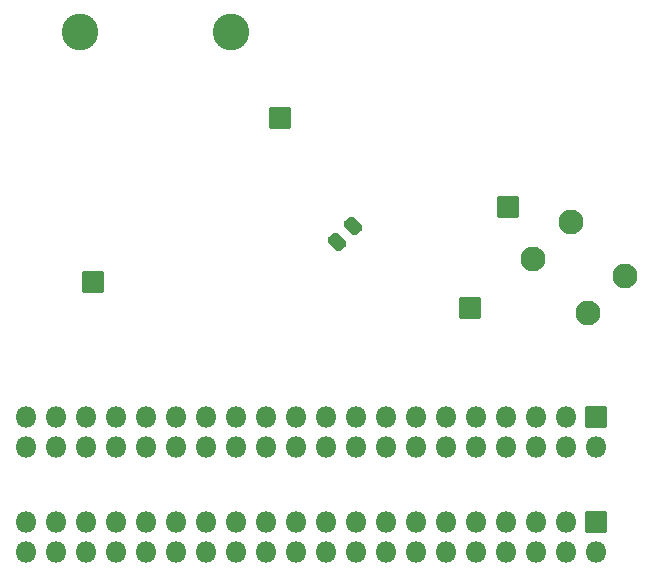
<source format=gbr>
%TF.GenerationSoftware,KiCad,Pcbnew,(6.0.4)*%
%TF.CreationDate,2022-04-10T17:23:06-04:00*%
%TF.ProjectId,ftdi601_breakout,66746469-3630-4315-9f62-7265616b6f75,rev?*%
%TF.SameCoordinates,Original*%
%TF.FileFunction,Soldermask,Bot*%
%TF.FilePolarity,Negative*%
%FSLAX46Y46*%
G04 Gerber Fmt 4.6, Leading zero omitted, Abs format (unit mm)*
G04 Created by KiCad (PCBNEW (6.0.4)) date 2022-04-10 17:23:06*
%MOMM*%
%LPD*%
G01*
G04 APERTURE LIST*
G04 Aperture macros list*
%AMRoundRect*
0 Rectangle with rounded corners*
0 $1 Rounding radius*
0 $2 $3 $4 $5 $6 $7 $8 $9 X,Y pos of 4 corners*
0 Add a 4 corners polygon primitive as box body*
4,1,4,$2,$3,$4,$5,$6,$7,$8,$9,$2,$3,0*
0 Add four circle primitives for the rounded corners*
1,1,$1+$1,$2,$3*
1,1,$1+$1,$4,$5*
1,1,$1+$1,$6,$7*
1,1,$1+$1,$8,$9*
0 Add four rect primitives between the rounded corners*
20,1,$1+$1,$2,$3,$4,$5,0*
20,1,$1+$1,$4,$5,$6,$7,0*
20,1,$1+$1,$6,$7,$8,$9,0*
20,1,$1+$1,$8,$9,$2,$3,0*%
G04 Aperture macros list end*
%ADD10C,3.101600*%
%ADD11RoundRect,0.050800X-0.850000X0.850000X-0.850000X-0.850000X0.850000X-0.850000X0.850000X0.850000X0*%
%ADD12O,1.801600X1.801600*%
%ADD13RoundRect,0.050800X-0.850000X-0.850000X0.850000X-0.850000X0.850000X0.850000X-0.850000X0.850000X0*%
%ADD14C,2.101600*%
%ADD15RoundRect,0.300800X-0.159099X0.512652X-0.512652X0.159099X0.159099X-0.512652X0.512652X-0.159099X0*%
G04 APERTURE END LIST*
D10*
%TO.C,J1*%
X132200000Y-69175000D03*
X145000000Y-69175000D03*
%TD*%
D11*
%TO.C,J3*%
X175900000Y-101725000D03*
D12*
X175900000Y-104265000D03*
X173360000Y-101725000D03*
X173360000Y-104265000D03*
X170820000Y-101725000D03*
X170820000Y-104265000D03*
X168280000Y-101725000D03*
X168280000Y-104265000D03*
X165740000Y-101725000D03*
X165740000Y-104265000D03*
X163200000Y-101725000D03*
X163200000Y-104265000D03*
X160660000Y-101725000D03*
X160660000Y-104265000D03*
X158120000Y-101725000D03*
X158120000Y-104265000D03*
X155580000Y-101725000D03*
X155580000Y-104265000D03*
X153040000Y-101725000D03*
X153040000Y-104265000D03*
X150500000Y-101725000D03*
X150500000Y-104265000D03*
X147960000Y-101725000D03*
X147960000Y-104265000D03*
X145420000Y-101725000D03*
X145420000Y-104265000D03*
X142880000Y-101725000D03*
X142880000Y-104265000D03*
X140340000Y-101725000D03*
X140340000Y-104265000D03*
X137800000Y-101725000D03*
X137800000Y-104265000D03*
X135260000Y-101725000D03*
X135260000Y-104265000D03*
X132720000Y-101725000D03*
X132720000Y-104265000D03*
X130180000Y-101725000D03*
X130180000Y-104265000D03*
X127640000Y-101725000D03*
X127640000Y-104265000D03*
%TD*%
D13*
%TO.C,GND*%
X168400000Y-84000000D03*
%TD*%
%TO.C,GND*%
X149100000Y-76400000D03*
%TD*%
D14*
%TO.C,RESET*%
X178357035Y-89800000D03*
X173760841Y-85203806D03*
X175175055Y-92981981D03*
X170578860Y-88385787D03*
%TD*%
D11*
%TO.C,J4*%
X175900000Y-110615000D03*
D12*
X175900000Y-113155000D03*
X173360000Y-110615000D03*
X173360000Y-113155000D03*
X170820000Y-110615000D03*
X170820000Y-113155000D03*
X168280000Y-110615000D03*
X168280000Y-113155000D03*
X165740000Y-110615000D03*
X165740000Y-113155000D03*
X163200000Y-110615000D03*
X163200000Y-113155000D03*
X160660000Y-110615000D03*
X160660000Y-113155000D03*
X158120000Y-110615000D03*
X158120000Y-113155000D03*
X155580000Y-110615000D03*
X155580000Y-113155000D03*
X153040000Y-110615000D03*
X153040000Y-113155000D03*
X150500000Y-110615000D03*
X150500000Y-113155000D03*
X147960000Y-110615000D03*
X147960000Y-113155000D03*
X145420000Y-110615000D03*
X145420000Y-113155000D03*
X142880000Y-110615000D03*
X142880000Y-113155000D03*
X140340000Y-110615000D03*
X140340000Y-113155000D03*
X137800000Y-110615000D03*
X137800000Y-113155000D03*
X135260000Y-110615000D03*
X135260000Y-113155000D03*
X132720000Y-110615000D03*
X132720000Y-113155000D03*
X130180000Y-110615000D03*
X130180000Y-113155000D03*
X127640000Y-110615000D03*
X127640000Y-113155000D03*
%TD*%
D13*
%TO.C,GND*%
X165257035Y-92550000D03*
%TD*%
%TO.C,GND*%
X133300000Y-90300000D03*
%TD*%
D15*
%TO.C,C15*%
X155300537Y-85556498D03*
X153957035Y-86900000D03*
%TD*%
M02*

</source>
